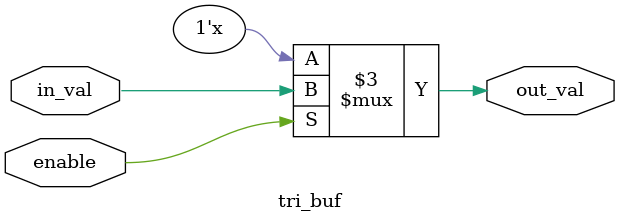
<source format=v>
module tri_buf(
        input in_val,
        output reg out_val,
        input enable
    );

    always @(enable, in_val) begin
        if (enable) begin
            out_val = in_val;
        end else begin
            out_val = 1'bz;
        end
    end
endmodule
</source>
